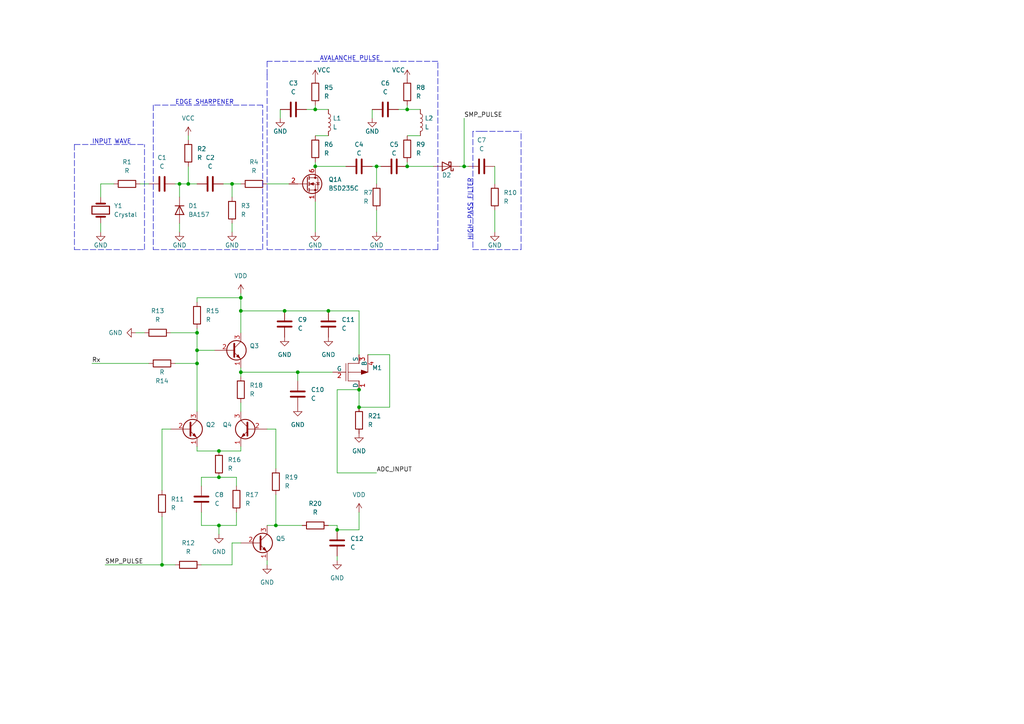
<source format=kicad_sch>
(kicad_sch (version 20211123) (generator eeschema)
  (paper "A4")
  (lib_symbols
    (symbol "Device:C" (pin_numbers hide) (pin_names (offset 0.254))
      (property "Reference" "C" (at 0.635 2.54 0))
      (property "Value" "C" (at 0.635 -2.54 0))
      (symbol "C_0_1"
        (polyline (pts (xy -2.032 -0.762) (xy 2.032 -0.762)) (stroke (width 0.508)))
        (polyline (pts (xy -2.032 0.762) (xy 2.032 0.762)) (stroke (width 0.508)))
      )
      (symbol "C_1_1"
        (pin passive line (at 0 3.81 270) (length 2.794) (name "~") (number "1"))
        (pin passive line (at 0 -3.81 90) (length 2.794) (name "~") (number "2"))
      )
    )
    (symbol "Device:Crystal" (pin_numbers hide) (pin_names (offset 1.016) hide)
      (property "Reference" "Y" (at 0 3.81 0))
      (property "Value" "Crystal" (at 0 -3.81 0))
      (symbol "Crystal_0_1"
        (rectangle (start -1.143 2.54) (end 1.143 -2.54) (stroke (width 0.3048)))
        (polyline (pts (xy -2.54 0) (xy -1.905 0)))
        (polyline (pts (xy -1.905 -1.27) (xy -1.905 1.27)) (stroke (width 0.508)))
        (polyline (pts (xy 1.905 -1.27) (xy 1.905 1.27)) (stroke (width 0.508)))
        (polyline (pts (xy 2.54 0) (xy 1.905 0)))
      )
      (symbol "Crystal_1_1"
        (pin passive line (at -3.81 0 0) (length 1.27) (name "1") (number "1"))
        (pin passive line (at 3.81 0 180) (length 1.27) (name "2") (number "2"))
      )
    )
    (symbol "Device:D_Schottky" (pin_numbers hide) (pin_names (offset 1.016) hide)
      (property "Reference" "D" (at 0 2.54 0))
      (property "Value" "D_Schottky" (at 0 -2.54 0))
      (symbol "D_Schottky_0_1"
        (polyline (pts (xy 1.27 0) (xy -1.27 0)))
        (polyline (pts (xy 1.27 1.27) (xy 1.27 -1.27) (xy -1.27 0) (xy 1.27 1.27)) (stroke (width 0.254)))
        (polyline (pts (xy -1.905 0.635) (xy -1.905 1.27) (xy -1.27 1.27) (xy -1.27 -1.27) (xy -0.635 -1.27) (xy -0.635 -0.635)) (stroke (width 0.254)))
      )
      (symbol "D_Schottky_1_1"
        (pin passive line (at -3.81 0 0) (length 2.54) (name "K") (number "1"))
        (pin passive line (at 3.81 0 180) (length 2.54) (name "A") (number "2"))
      )
    )
    (symbol "Device:L" (pin_numbers hide) (pin_names (offset 1.016) hide)
      (property "Reference" "L" (at -1.27 0 90))
      (property "Value" "L" (at 1.905 0 90))
      (symbol "L_0_1"
        (arc (start 0 -2.54) (mid 0.635 -1.905) (end 0 -1.27))
        (arc (start 0 -1.27) (mid 0.635 -0.635) (end 0 0))
        (arc (start 0 0) (mid 0.635 0.635) (end 0 1.27))
        (arc (start 0 1.27) (mid 0.635 1.905) (end 0 2.54))
      )
      (symbol "L_1_1"
        (pin passive line (at 0 3.81 270) (length 1.27) (name "1") (number "1"))
        (pin passive line (at 0 -3.81 90) (length 1.27) (name "2") (number "2"))
      )
    )
    (symbol "Device:R" (pin_numbers hide) (pin_names (offset 0))
      (property "Reference" "R" (at 2.032 0 90))
      (property "Value" "R" (at 0 0 90))
      (symbol "R_0_1"
        (rectangle (start -1.016 -2.54) (end 1.016 2.54) (stroke (width 0.254)))
      )
      (symbol "R_1_1"
        (pin passive line (at 0 3.81 270) (length 1.27) (name "~") (number "1"))
        (pin passive line (at 0 -3.81 90) (length 1.27) (name "~") (number "2"))
      )
    )
    (symbol "Diode:BA157" (pin_numbers hide) (pin_names (offset 1.016) hide)
      (property "Reference" "D" (at 0 2.54 0))
      (property "Value" "BA157" (at 0 -2.54 0))
      (symbol "BA157_0_1"
        (polyline (pts (xy -1.27 1.27) (xy -1.27 -1.27)) (stroke (width 0.254)))
        (polyline (pts (xy 1.27 0) (xy -1.27 0)))
        (polyline (pts (xy 1.27 1.27) (xy 1.27 -1.27) (xy -1.27 0) (xy 1.27 1.27)) (stroke (width 0.254)))
      )
      (symbol "BA157_1_1"
        (pin passive line (at -3.81 0 0) (length 2.54) (name "K") (number "1"))
        (pin passive line (at 3.81 0 180) (length 2.54) (name "A") (number "2"))
      )
    )
    (symbol "Transistor_BJT:2N2219" (pin_names (offset 0) hide)
      (property "Reference" "Q" (at 5.08 1.905 0))
      (property "Value" "2N2219" (at 5.08 0 0))
      (symbol "2N2219_0_1"
        (polyline (pts (xy 0.635 0.635) (xy 2.54 2.54)))
        (polyline (pts (xy 0.635 -0.635) (xy 2.54 -2.54) (xy 2.54 -2.54)))
        (polyline (pts (xy 0.635 1.905) (xy 0.635 -1.905) (xy 0.635 -1.905)) (stroke (width 0.508)))
        (polyline (pts (xy 1.27 -1.778) (xy 1.778 -1.27) (xy 2.286 -2.286) (xy 1.27 -1.778) (xy 1.27 -1.778)) (fill (type outline)))
        (circle (center 1.27 0) (radius 2.8194) (stroke (width 0.254)))
      )
      (symbol "2N2219_1_1"
        (pin passive line (at 2.54 -5.08 90) (length 2.54) (name "E") (number "1"))
        (pin passive line (at -5.08 0 0) (length 5.715) (name "B") (number "2"))
        (pin passive line (at 2.54 5.08 270) (length 2.54) (name "C") (number "3"))
      )
    )
    (symbol "Transistor_FET:BSD235C" (pin_names hide)
      (property "Reference" "Q" (at 5.08 2.54 0))
      (property "Value" "BSD235C" (at 5.08 0 0))
      (symbol "BSD235C_1_1"
        (polyline (pts (xy 0.254 -1.905) (xy 0.254 1.905)) (stroke (width 0.254)))
        (polyline (pts (xy 0.254 0) (xy -2.54 0)))
        (polyline (pts (xy 0.762 -2.286) (xy 0.762 -1.27)) (stroke (width 0.254)))
        (polyline (pts (xy 0.762 -0.508) (xy 0.762 0.508)) (stroke (width 0.254)))
        (polyline (pts (xy 0.762 1.27) (xy 0.762 2.286)) (stroke (width 0.254)))
        (polyline (pts (xy 2.54 1.905) (xy 2.54 2.54)))
        (polyline (pts (xy 2.54 -2.54) (xy 2.54 0) (xy 0.762 0)))
        (polyline (pts (xy 0.762 1.778) (xy 3.302 1.778) (xy 3.302 -1.778) (xy 0.762 -1.778)))
        (polyline (pts (xy 1.016 0) (xy 2.032 -0.381) (xy 2.032 0.381) (xy 1.016 0)) (fill (type outline)))
        (polyline (pts (xy 2.794 0.508) (xy 2.921 0.381) (xy 3.683 0.381) (xy 3.81 0.254)))
        (polyline (pts (xy 3.302 0.381) (xy 2.921 -0.254) (xy 3.683 -0.254) (xy 3.302 0.381)))
        (circle (center 1.651 0) (radius 2.794) (stroke (width 0.254)))
        (circle (center 2.54 -1.778) (radius 0.254) (fill (type outline)))
        (circle (center 2.54 1.778) (radius 0.254) (fill (type outline)))
        (pin passive line (at 2.54 -5.08 90) (length 2.54) (name "SN") (number "1"))
        (pin input line (at -5.08 0 0) (length 2.54) (name "GN") (number "2"))
        (pin passive line (at 2.54 5.08 270) (length 2.54) (name "DN") (number "6"))
      )
      (symbol "BSD235C_2_1"
        (polyline (pts (xy 0.254 0) (xy -2.54 0)))
        (polyline (pts (xy 0.254 1.905) (xy 0.254 -1.905)) (stroke (width 0.254)))
        (polyline (pts (xy 0.762 -1.27) (xy 0.762 -2.286)) (stroke (width 0.254)))
        (polyline (pts (xy 0.762 0.508) (xy 0.762 -0.508)) (stroke (width 0.254)))
        (polyline (pts (xy 0.762 2.286) (xy 0.762 1.27)) (stroke (width 0.254)))
        (polyline (pts (xy 2.54 -1.905) (xy 2.54 -2.54)))
        (polyline (pts (xy 2.54 2.54) (xy 2.54 0) (xy 0.762 0)))
        (polyline (pts (xy 0.762 -1.778) (xy 3.302 -1.778) (xy 3.302 1.778) (xy 0.762 1.778)))
        (polyline (pts (xy 2.286 0) (xy 1.27 -0.381) (xy 1.27 0.381) (xy 2.286 0)) (fill (type outline)))
        (polyline (pts (xy 2.794 0.508) (xy 2.921 0.381) (xy 3.683 0.381) (xy 3.81 0.254)))
        (polyline (pts (xy 3.302 0.381) (xy 2.921 -0.254) (xy 3.683 -0.254) (xy 3.302 0.381)))
        (circle (center 1.651 0) (radius 2.794) (stroke (width 0.254)))
        (circle (center 2.54 -1.778) (radius 0.254) (fill (type outline)))
        (circle (center 2.54 1.778) (radius 0.254) (fill (type outline)))
        (pin passive line (at 2.54 -5.08 90) (length 2.54) (name "DP") (number "3"))
        (pin passive line (at 2.54 5.08 270) (length 2.54) (name "SP") (number "4"))
        (pin input line (at -5.08 0 0) (length 2.54) (name "GP") (number "5"))
      )
    )
    (symbol "power:GND" (power) (pin_names (offset 0))
      (property "Value" "GND" (at 0 -3.81 0))
      (symbol "GND_0_1"
        (polyline (pts (xy 0 0) (xy 0 -1.27) (xy 1.27 -1.27) (xy 0 -2.54) (xy -1.27 -1.27) (xy 0 -1.27)))
      )
      (symbol "GND_1_1"
        (pin power_in line (at 0 0 270) (length 0) hide (name "GND") (number "1"))
      )
    )
    (symbol "power:VCC" (power) (pin_names (offset 0))
      (property "Value" "VCC" (at 0 3.81 0))
      (symbol "VCC_0_1"
        (polyline (pts (xy -0.762 1.27) (xy 0 2.54)))
        (polyline (pts (xy 0 0) (xy 0 2.54)))
        (polyline (pts (xy 0 2.54) (xy 0.762 1.27)))
      )
      (symbol "VCC_1_1"
        (pin power_in line (at 0 0 90) (length 0) hide (name "VCC") (number "1"))
      )
    )
    (symbol "power:VDD" (power) (pin_names (offset 0))
      (property "Value" "VDD" (at 0 3.81 0))
      (symbol "VDD_0_1"
        (polyline (pts (xy -0.762 1.27) (xy 0 2.54)))
        (polyline (pts (xy 0 0) (xy 0 2.54)))
        (polyline (pts (xy 0 2.54) (xy 0.762 1.27)))
      )
      (symbol "VDD_1_1"
        (pin power_in line (at 0 0 90) (length 0) hide (name "VDD") (number "1"))
      )
    )
    (symbol "pspice:MPMOS" (pin_names (offset 0))
      (property "Reference" "M" (at 7.62 1.27 0))
      (property "Value" "MPMOS" (at 7.62 -1.27 0))
      (symbol "MPMOS_0_1"
        (polyline (pts (xy -1.27 2.54) (xy -1.27 -2.54)))
        (polyline (pts (xy -0.635 -2.54) (xy 2.54 -2.54)))
        (polyline (pts (xy 2.54 2.54) (xy -0.635 2.54)))
        (polyline (pts (xy 5.08 0) (xy -0.635 0)))
        (polyline (pts (xy 5.08 0) (xy 3.175 0.635) (xy 3.175 -0.635) (xy 5.08 0)) (fill (type outline)))
      )
      (symbol "MPMOS_1_1"
        (polyline (pts (xy -0.635 -2.54) (xy -0.635 2.54)))
        (pin passive line (at 2.54 -5.08 90) (length 2.54) (name "D") (number "1"))
        (pin input line (at -5.08 0 0) (length 3.81) (name "G") (number "2"))
        (pin passive line (at 2.54 5.08 270) (length 2.54) (name "S") (number "3"))
        (pin input line (at 5.08 5.08 270) (length 5.08) (name "B") (number "4"))
      )
    )
  )
  (junction (at 69.85 107.95))
  (junction (at 63.5 138.43))
  (junction (at 57.15 96.52))
  (junction (at 91.44 31.75))
  (junction (at 118.11 31.75))
  (junction (at 104.14 113.03))
  (junction (at 80.01 152.4))
  (junction (at 67.31 53.34))
  (junction (at 97.79 153.67))
  (junction (at 69.85 90.17))
  (junction (at 95.25 90.17))
  (junction (at 46.99 163.83))
  (junction (at 63.5 152.4))
  (junction (at 104.14 118.11))
  (junction (at 134.62 48.26))
  (junction (at 57.15 101.6))
  (junction (at 86.36 107.95))
  (junction (at 52.07 53.34))
  (junction (at 82.55 90.17))
  (junction (at 69.85 86.36))
  (junction (at 109.22 48.26))
  (junction (at 63.5 130.81))
  (junction (at 54.61 53.34))
  (junction (at 118.11 48.26))
  (junction (at 57.15 105.41))
  (junction (at 91.44 48.26))
  (wire (pts (xy 26.67 105.41) (xy 43.18 105.41)))
  (wire (pts (xy 143.51 60.96) (xy 143.51 67.31)))
  (wire (pts (xy 68.58 138.43) (xy 63.5 138.43)))
  (wire (pts (xy 133.35 48.26) (xy 134.62 48.26)))
  (wire (pts (xy 52.07 64.77) (xy 52.07 67.31)))
  (wire (pts (xy 69.85 86.36) (xy 69.85 90.17)))
  (polyline (pts (xy 139.7 38.1) (xy 137.16 38.1)))
  (wire (pts (xy 30.48 163.83) (xy 46.99 163.83)))
  (wire (pts (xy 91.44 30.48) (xy 91.44 31.75)))
  (wire (pts (xy 97.79 152.4) (xy 97.79 153.67)))
  (wire (pts (xy 67.31 53.34) (xy 67.31 57.15)))
  (wire (pts (xy 104.14 113.03) (xy 104.14 118.11)))
  (wire (pts (xy 69.85 107.95) (xy 86.36 107.95)))
  (wire (pts (xy 58.42 138.43) (xy 63.5 138.43)))
  (wire (pts (xy 69.85 106.68) (xy 69.85 107.95)))
  (wire (pts (xy 118.11 31.75) (xy 121.92 31.75)))
  (wire (pts (xy 113.03 102.87) (xy 113.03 118.11)))
  (wire (pts (xy 67.31 64.77) (xy 67.31 67.31)))
  (wire (pts (xy 109.22 53.34) (xy 109.22 48.26)))
  (wire (pts (xy 50.8 105.41) (xy 57.15 105.41)))
  (wire (pts (xy 91.44 58.42) (xy 91.44 67.31)))
  (polyline (pts (xy 151.13 72.39) (xy 151.13 38.1)))
  (wire (pts (xy 80.01 135.89) (xy 80.01 124.46)))
  (wire (pts (xy 91.44 31.75) (xy 95.25 31.75)))
  (wire (pts (xy 86.36 107.95) (xy 96.52 107.95)))
  (wire (pts (xy 69.85 116.84) (xy 69.85 119.38)))
  (wire (pts (xy 69.85 85.09) (xy 69.85 86.36)))
  (wire (pts (xy 68.58 140.97) (xy 68.58 138.43)))
  (wire (pts (xy 57.15 86.36) (xy 57.15 87.63)))
  (wire (pts (xy 106.68 102.87) (xy 113.03 102.87)))
  (polyline (pts (xy 21.59 41.91) (xy 41.91 41.91)))
  (wire (pts (xy 29.21 64.77) (xy 29.21 67.31)))
  (wire (pts (xy 67.31 53.34) (xy 69.85 53.34)))
  (wire (pts (xy 67.31 163.83) (xy 67.31 157.48)))
  (wire (pts (xy 67.31 157.48) (xy 69.85 157.48)))
  (wire (pts (xy 29.21 53.34) (xy 29.21 57.15)))
  (wire (pts (xy 86.36 110.49) (xy 86.36 107.95)))
  (wire (pts (xy 52.07 53.34) (xy 54.61 53.34)))
  (wire (pts (xy 77.47 152.4) (xy 80.01 152.4)))
  (wire (pts (xy 77.47 162.56) (xy 77.47 163.83)))
  (wire (pts (xy 118.11 48.26) (xy 125.73 48.26)))
  (wire (pts (xy 57.15 95.25) (xy 57.15 96.52)))
  (wire (pts (xy 49.53 124.46) (xy 46.99 124.46)))
  (wire (pts (xy 58.42 148.59) (xy 58.42 152.4)))
  (polyline (pts (xy 137.16 72.39) (xy 151.13 72.39)))
  (wire (pts (xy 54.61 39.37) (xy 54.61 40.64)))
  (wire (pts (xy 40.64 53.34) (xy 43.18 53.34)))
  (wire (pts (xy 104.14 90.17) (xy 95.25 90.17)))
  (wire (pts (xy 104.14 113.03) (xy 97.79 113.03)))
  (polyline (pts (xy 77.47 17.78) (xy 77.47 21.59)))
  (wire (pts (xy 118.11 30.48) (xy 118.11 31.75)))
  (polyline (pts (xy 41.91 72.39) (xy 41.91 41.91)))
  (wire (pts (xy 54.61 53.34) (xy 57.15 53.34)))
  (wire (pts (xy 77.47 53.34) (xy 83.82 53.34)))
  (wire (pts (xy 91.44 39.37) (xy 95.25 39.37)))
  (wire (pts (xy 97.79 113.03) (xy 97.79 137.16)))
  (wire (pts (xy 82.55 90.17) (xy 95.25 90.17)))
  (polyline (pts (xy 127 72.39) (xy 127 17.78)))
  (wire (pts (xy 39.37 96.52) (xy 41.91 96.52)))
  (wire (pts (xy 57.15 86.36) (xy 69.85 86.36)))
  (wire (pts (xy 46.99 163.83) (xy 50.8 163.83)))
  (wire (pts (xy 49.53 96.52) (xy 57.15 96.52)))
  (wire (pts (xy 64.77 53.34) (xy 67.31 53.34)))
  (wire (pts (xy 104.14 153.67) (xy 97.79 153.67)))
  (wire (pts (xy 58.42 152.4) (xy 63.5 152.4)))
  (wire (pts (xy 118.11 46.99) (xy 118.11 48.26)))
  (wire (pts (xy 109.22 60.96) (xy 109.22 67.31)))
  (wire (pts (xy 46.99 149.86) (xy 46.99 163.83)))
  (wire (pts (xy 52.07 53.34) (xy 52.07 57.15)))
  (polyline (pts (xy 77.47 72.39) (xy 127 72.39)))
  (wire (pts (xy 115.57 31.75) (xy 118.11 31.75)))
  (polyline (pts (xy 44.45 30.48) (xy 44.45 72.39)))
  (wire (pts (xy 57.15 130.81) (xy 57.15 129.54)))
  (wire (pts (xy 97.79 161.29) (xy 97.79 162.56)))
  (polyline (pts (xy 21.59 41.91) (xy 21.59 72.39)))
  (wire (pts (xy 88.9 31.75) (xy 91.44 31.75)))
  (wire (pts (xy 58.42 140.97) (xy 58.42 138.43)))
  (wire (pts (xy 134.62 48.26) (xy 135.89 48.26)))
  (polyline (pts (xy 77.47 21.59) (xy 77.47 72.39)))
  (wire (pts (xy 104.14 102.87) (xy 104.14 90.17)))
  (wire (pts (xy 57.15 96.52) (xy 57.15 101.6)))
  (wire (pts (xy 63.5 130.81) (xy 57.15 130.81)))
  (wire (pts (xy 69.85 90.17) (xy 82.55 90.17)))
  (polyline (pts (xy 127 17.78) (xy 77.47 17.78)))
  (wire (pts (xy 81.28 31.75) (xy 81.28 34.29)))
  (wire (pts (xy 63.5 152.4) (xy 63.5 154.94)))
  (wire (pts (xy 69.85 129.54) (xy 69.85 130.81)))
  (wire (pts (xy 91.44 48.26) (xy 100.33 48.26)))
  (wire (pts (xy 107.95 31.75) (xy 107.95 34.29)))
  (wire (pts (xy 46.99 124.46) (xy 46.99 142.24)))
  (wire (pts (xy 58.42 163.83) (xy 67.31 163.83)))
  (wire (pts (xy 69.85 96.52) (xy 69.85 90.17)))
  (wire (pts (xy 95.25 152.4) (xy 97.79 152.4)))
  (polyline (pts (xy 137.16 38.1) (xy 137.16 72.39)))
  (wire (pts (xy 80.01 152.4) (xy 87.63 152.4)))
  (wire (pts (xy 113.03 118.11) (xy 104.14 118.11)))
  (wire (pts (xy 69.85 130.81) (xy 63.5 130.81)))
  (wire (pts (xy 134.62 34.29) (xy 134.62 48.26)))
  (wire (pts (xy 143.51 48.26) (xy 143.51 53.34)))
  (wire (pts (xy 109.22 48.26) (xy 107.95 48.26)))
  (wire (pts (xy 57.15 105.41) (xy 57.15 101.6)))
  (wire (pts (xy 33.02 53.34) (xy 29.21 53.34)))
  (polyline (pts (xy 139.7 38.1) (xy 151.13 38.1)))
  (wire (pts (xy 63.5 152.4) (xy 68.58 152.4)))
  (wire (pts (xy 91.44 46.99) (xy 91.44 48.26)))
  (wire (pts (xy 57.15 105.41) (xy 57.15 119.38)))
  (wire (pts (xy 80.01 143.51) (xy 80.01 152.4)))
  (wire (pts (xy 69.85 107.95) (xy 69.85 109.22)))
  (wire (pts (xy 104.14 148.59) (xy 104.14 153.67)))
  (polyline (pts (xy 21.59 72.39) (xy 41.91 72.39)))
  (polyline (pts (xy 44.45 72.39) (xy 76.2 72.39)))
  (wire (pts (xy 68.58 148.59) (xy 68.58 152.4)))
  (wire (pts (xy 80.01 124.46) (xy 77.47 124.46)))
  (wire (pts (xy 118.11 39.37) (xy 121.92 39.37)))
  (wire (pts (xy 109.22 48.26) (xy 110.49 48.26)))
  (wire (pts (xy 54.61 48.26) (xy 54.61 53.34)))
  (polyline (pts (xy 76.2 72.39) (xy 76.2 30.48)))
  (wire (pts (xy 50.8 53.34) (xy 52.07 53.34)))
  (wire (pts (xy 57.15 101.6) (xy 62.23 101.6)))
  (wire (pts (xy 97.79 137.16) (xy 109.22 137.16)))
  (polyline (pts (xy 76.2 30.48) (xy 44.45 30.48)))
  (text "HIGH-PASS FILTER" (at 137.16 69.85 90) (effects (font (size 1.27 1.27)) (justify left bottom)))
  (text "INPUT WAVE" (at 26.67 41.91 0) (effects (font (size 1.27 1.27)) (justify left bottom)))
  (text "EDGE SHARPENER" (at 50.8 30.48 0) (effects (font (size 1.27 1.27)) (justify left bottom)))
  (text "AVALANCHE PULSE" (at 92.71 17.78 0) (effects (font (size 1.27 1.27)) (justify left bottom)))
  (label "SMP_PULSE" (at 30.48 163.83 0))
  (label "Rx" (at 26.67 105.41 0))
  (label "SMP_PULSE" (at 134.62 34.29 0))
  (label "ADC_INPUT" (at 109.22 137.16 0))
  (symbol (lib_id "power:GND") (at 143.51 67.31 0) (unit 1)
    (property "Reference" "#PWR09" (effects hide))
    (property "Value" "GND" (at 143.51 71.12 0))
  )
  (symbol (lib_id "power:GND") (at 39.37 96.52 270) (unit 1)
    (property "Reference" "#PWR04" (effects hide))
    (property "Value" "GND" (at 35.56 96.5199 90) (effects (justify right)))
  )
  (symbol (lib_id "Device:R") (at 45.72 96.52 90) (unit 1)
    (property "Reference" "R13" (at 45.72 90.17 90))
    (property "Value" "R" (at 45.72 92.71 90))
  )
  (symbol (lib_id "Device:R") (at 54.61 44.45 0) (unit 1)
    (property "Reference" "R2" (at 57.15 43.1799 0) (effects (justify left)))
    (property "Value" "R" (at 57.15 45.7199 0) (effects (justify left)))
  )
  (symbol (lib_id "Transistor_BJT:2N2219") (at 54.61 124.46 0) (unit 1)
    (property "Reference" "Q2" (at 59.69 123.1899 0) (effects (justify left)))
    (property "Value" " " (at 59.69 125.7299 0) (effects (justify left)))
    (property "Footprint" "Package_TO_SOT_THT:TO-39-3" (effects hide))
    (property "Datasheet" "http://www.onsemi.com/pub_link/Collateral/2N2219-D.PDF" (effects hide))
  )
  (symbol (lib_id "power:GND") (at 97.79 162.56 0) (unit 1)
    (property "Reference" "#PWR017" (effects hide))
    (property "Value" "GND" (at 97.79 167.64 0))
  )
  (symbol (lib_id "Device:R") (at 143.51 57.15 180) (unit 1)
    (property "Reference" "R10" (at 146.05 55.8799 0) (effects (justify right)))
    (property "Value" "R" (at 146.05 58.4199 0) (effects (justify right)))
  )
  (symbol (lib_id "Device:R") (at 46.99 105.41 90) (unit 1)
    (property "Reference" "R14" (at 46.99 110.49 90))
    (property "Value" "R" (at 46.99 107.95 90))
  )
  (symbol (lib_id "Device:C") (at 104.14 48.26 270) (unit 1)
    (property "Reference" "C4" (at 104.14 41.91 90))
    (property "Value" "C" (at 104.14 44.45 90))
  )
  (symbol (lib_id "Device:C") (at 46.99 53.34 270) (unit 1)
    (property "Reference" "C1" (at 46.99 45.72 90))
    (property "Value" "C" (at 46.99 48.26 90))
  )
  (symbol (lib_id "Device:R") (at 91.44 26.67 180) (unit 1)
    (property "Reference" "R5" (at 93.98 25.3999 0) (effects (justify right)))
    (property "Value" "R" (at 93.98 27.9399 0) (effects (justify right)))
  )
  (symbol (lib_id "power:GND") (at 109.22 67.31 0) (unit 1)
    (property "Reference" "#PWR07" (effects hide))
    (property "Value" "GND" (at 109.22 71.12 0))
  )
  (symbol (lib_id "Device:R") (at 118.11 43.18 180) (unit 1)
    (property "Reference" "R9" (at 120.65 41.9099 0) (effects (justify right)))
    (property "Value" "R" (at 120.65 44.4499 0) (effects (justify right)))
  )
  (symbol (lib_id "Device:L") (at 95.25 35.56 0) (unit 1)
    (property "Reference" "L1" (at 96.52 34.2899 0) (effects (justify left)))
    (property "Value" "L" (at 96.52 36.8299 0) (effects (justify left)))
  )
  (symbol (lib_id "power:VCC") (at 118.11 22.86 0) (unit 1)
    (property "Reference" "#PWR020" (effects hide))
    (property "Value" "VCC" (at 115.57 20.32 0))
  )
  (symbol (lib_id "Transistor_BJT:2N2219") (at 74.93 157.48 0) (unit 1)
    (property "Reference" "Q5" (at 80.01 156.2099 0) (effects (justify left)))
    (property "Value" " " (at 80.01 158.7499 0) (effects (justify left)))
    (property "Footprint" "Package_TO_SOT_THT:TO-39-3" (effects hide))
    (property "Datasheet" "http://www.onsemi.com/pub_link/Collateral/2N2219-D.PDF" (effects hide))
  )
  (symbol (lib_id "Device:C") (at 58.42 144.78 0) (unit 1)
    (property "Reference" "C8" (at 62.23 143.5099 0) (effects (justify left)))
    (property "Value" "C" (at 62.23 146.0499 0) (effects (justify left)))
  )
  (symbol (lib_id "power:GND") (at 95.25 97.79 0) (unit 1)
    (property "Reference" "#PWR016" (effects hide))
    (property "Value" "GND" (at 95.25 102.87 0))
  )
  (symbol (lib_id "power:GND") (at 63.5 154.94 0) (unit 1)
    (property "Reference" "#PWR?" (effects hide))
    (property "Value" "GND" (at 63.5 160.02 0))
  )
  (symbol (lib_id "Device:R") (at 91.44 152.4 90) (unit 1)
    (property "Reference" "R20" (at 91.44 146.05 90))
    (property "Value" "R" (at 91.44 148.59 90))
  )
  (symbol (lib_id "Device:L") (at 121.92 35.56 0) (unit 1)
    (property "Reference" "L2" (at 123.19 34.2899 0) (effects (justify left)))
    (property "Value" "L" (at 123.19 36.8299 0) (effects (justify left)))
  )
  (symbol (lib_id "Device:C") (at 82.55 93.98 0) (unit 1)
    (property "Reference" "C9" (at 86.36 92.7099 0) (effects (justify left)))
    (property "Value" "C" (at 86.36 95.2499 0) (effects (justify left)))
  )
  (symbol (lib_id "Device:D_Schottky") (at 129.54 48.26 180) (unit 1)
    (property "Reference" "D2" (at 129.54 50.8 0))
    (property "Value" " " (at 132.08 50.8 0))
  )
  (symbol (lib_id "Device:R") (at 69.85 113.03 0) (unit 1)
    (property "Reference" "R18" (at 72.39 111.7599 0) (effects (justify left)))
    (property "Value" "R" (at 72.39 114.2999 0) (effects (justify left)))
  )
  (symbol (lib_id "Device:R") (at 36.83 53.34 90) (unit 1)
    (property "Reference" "R1" (at 36.83 46.99 90))
    (property "Value" "R" (at 36.83 49.53 90))
  )
  (symbol (lib_id "Device:R") (at 80.01 139.7 0) (unit 1)
    (property "Reference" "R19" (at 82.55 138.4299 0) (effects (justify left)))
    (property "Value" "R" (at 82.55 140.9699 0) (effects (justify left)))
  )
  (symbol (lib_id "power:GND") (at 107.95 34.29 0) (unit 1)
    (property "Reference" "#PWR06" (effects hide))
    (property "Value" "GND" (at 107.95 38.1 0))
  )
  (symbol (lib_id "power:GND") (at 77.47 163.83 0) (unit 1)
    (property "Reference" "#PWR012" (effects hide))
    (property "Value" "GND" (at 77.47 168.91 0))
  )
  (symbol (lib_id "Device:R") (at 67.31 60.96 180) (unit 1)
    (property "Reference" "R3" (at 69.85 59.6899 0) (effects (justify right)))
    (property "Value" "R" (at 69.85 62.2299 0) (effects (justify right)))
  )
  (symbol (lib_id "Transistor_BJT:2N2219") (at 72.39 124.46 0) (mirror y) (unit 1)
    (property "Reference" "Q4" (at 67.31 123.1899 0) (effects (justify left)))
    (property "Value" " " (at 67.31 125.7299 0) (effects (justify left)))
    (property "Footprint" "Package_TO_SOT_THT:TO-39-3" (effects hide))
    (property "Datasheet" "http://www.onsemi.com/pub_link/Collateral/2N2219-D.PDF" (effects hide))
  )
  (symbol (lib_id "power:VDD") (at 104.14 148.59 0) (unit 1)
    (property "Reference" "#PWR019" (effects hide))
    (property "Value" "VDD" (at 104.14 143.51 0))
  )
  (symbol (lib_id "power:GND") (at 91.44 67.31 0) (unit 1)
    (property "Reference" "#PWR05" (effects hide))
    (property "Value" "GND" (at 91.44 71.12 0))
  )
  (symbol (lib_id "Device:R") (at 91.44 43.18 180) (unit 1)
    (property "Reference" "R6" (at 93.98 41.9099 0) (effects (justify right)))
    (property "Value" "R" (at 93.98 44.4499 0) (effects (justify right)))
  )
  (symbol (lib_id "power:VDD") (at 69.85 85.09 0) (unit 1)
    (property "Reference" "#PWR011" (effects hide))
    (property "Value" "VDD" (at 69.85 80.01 0))
  )
  (symbol (lib_id "Device:C") (at 95.25 93.98 0) (unit 1)
    (property "Reference" "C11" (at 99.06 92.7099 0) (effects (justify left)))
    (property "Value" "C" (at 99.06 95.2499 0) (effects (justify left)))
  )
  (symbol (lib_id "Device:C") (at 86.36 114.3 0) (unit 1)
    (property "Reference" "C10" (at 90.17 113.0299 0) (effects (justify left)))
    (property "Value" "C" (at 90.17 115.5699 0) (effects (justify left)))
  )
  (symbol (lib_id "Device:R") (at 46.99 146.05 0) (unit 1)
    (property "Reference" "R11" (at 49.53 144.7799 0) (effects (justify left)))
    (property "Value" "R" (at 49.53 147.3199 0) (effects (justify left)))
  )
  (symbol (lib_id "Device:R") (at 73.66 53.34 270) (unit 1)
    (property "Reference" "R4" (at 73.66 46.99 90))
    (property "Value" "R" (at 73.66 49.53 90))
  )
  (symbol (lib_id "power:GND") (at 67.31 67.31 0) (unit 1)
    (property "Reference" "#PWR02" (effects hide))
    (property "Value" "GND" (at 67.31 71.12 0))
  )
  (symbol (lib_id "Device:C") (at 139.7 48.26 270) (unit 1)
    (property "Reference" "C7" (at 139.7 40.64 90))
    (property "Value" "C" (at 139.7 43.18 90))
  )
  (symbol (lib_id "Device:R") (at 68.58 144.78 0) (unit 1)
    (property "Reference" "R17" (at 71.12 143.5099 0) (effects (justify left)))
    (property "Value" "R" (at 71.12 146.0499 0) (effects (justify left)))
  )
  (symbol (lib_id "power:GND") (at 52.07 67.31 0) (unit 1)
    (property "Reference" "#PWR01" (effects hide))
    (property "Value" "GND" (at 52.07 71.12 0))
  )
  (symbol (lib_id "power:GND") (at 82.55 97.79 0) (unit 1)
    (property "Reference" "#PWR013" (effects hide))
    (property "Value" "GND" (at 82.55 102.87 0))
  )
  (symbol (lib_id "Device:R") (at 57.15 91.44 0) (unit 1)
    (property "Reference" "R15" (at 59.69 90.1699 0) (effects (justify left)))
    (property "Value" "R" (at 59.69 92.7099 0) (effects (justify left)))
  )
  (symbol (lib_id "Device:R") (at 109.22 57.15 180) (unit 1)
    (property "Reference" "R7" (at 105.41 55.88 0) (effects (justify right)))
    (property "Value" "R" (at 105.41 58.42 0) (effects (justify right)))
  )
  (symbol (lib_id "Diode:BA157") (at 52.07 60.96 270) (unit 1)
    (property "Reference" "D1" (at 54.61 59.6899 90) (effects (justify left)))
    (property "Value" "BA157" (at 54.61 62.2299 90) (effects (justify left)))
    (property "Footprint" "Diode_THT:D_DO-41_SOD81_P10.16mm_Horizontal" (effects hide))
    (property "Datasheet" "http://diotec.com/tl_files/diotec/files/pdf/datasheets/ba157" (effects hide))
  )
  (symbol (lib_id "pspice:MPMOS") (at 101.6 107.95 0) (unit 1)
    (property "Reference" "M1" (at 107.95 106.6799 0) (effects (justify left)))
    (property "Value" " " (at 107.95 109.2199 0) (effects (justify left)))
  )
  (symbol (lib_id "Device:Crystal") (at 29.21 60.96 270) (unit 1)
    (property "Reference" "Y1" (at 33.02 59.6899 90) (effects (justify left)))
    (property "Value" "Crystal" (at 33.02 62.2299 90) (effects (justify left)))
  )
  (symbol (lib_id "power:VCC") (at 91.44 22.86 0) (unit 1)
    (property "Reference" "#PWR015" (effects hide))
    (property "Value" "VCC" (at 93.98 20.32 0))
  )
  (symbol (lib_id "Device:C") (at 60.96 53.34 270) (unit 1)
    (property "Reference" "C2" (at 60.96 45.72 90))
    (property "Value" "C" (at 60.96 48.26 90))
  )
  (symbol (lib_id "Transistor_FET:BSD235C") (at 88.9 53.34 0) (unit 1)
    (property "Reference" "Q1" (at 95.25 52.0699 0) (effects (justify left)))
    (property "Value" "BSD235C" (at 95.25 54.6099 0) (effects (justify left)))
    (property "Footprint" "Package_TO_SOT_SMD:SOT-363_SC-70-6" (effects hide))
    (property "Datasheet" "https://www.infineon.com/dgdl/Infineon-BSD235C-DS-v02_04-EN.pdf?fileId=db3a30433580b371013585a2d0d53326" (effects hide))
  )
  (symbol (lib_id "Device:R") (at 54.61 163.83 90) (unit 1)
    (property "Reference" "R12" (at 54.61 157.48 90))
    (property "Value" "R" (at 54.61 160.02 90))
  )
  (symbol (lib_id "power:GND") (at 104.14 125.73 0) (unit 1)
    (property "Reference" "#PWR018" (effects hide))
    (property "Value" "GND" (at 104.14 130.81 0))
  )
  (symbol (lib_id "Device:R") (at 63.5 134.62 0) (unit 1)
    (property "Reference" "R16" (at 66.04 133.3499 0) (effects (justify left)))
    (property "Value" "R" (at 66.04 135.8899 0) (effects (justify left)))
  )
  (symbol (lib_id "Transistor_BJT:2N2219") (at 67.31 101.6 0) (unit 1)
    (property "Reference" "Q3" (at 72.39 100.3299 0) (effects (justify left)))
    (property "Value" " " (at 72.39 102.8699 0) (effects (justify left)))
    (property "Footprint" "Package_TO_SOT_THT:TO-39-3" (effects hide))
    (property "Datasheet" "http://www.onsemi.com/pub_link/Collateral/2N2219-D.PDF" (effects hide))
  )
  (symbol (lib_id "Device:C") (at 97.79 157.48 0) (unit 1)
    (property "Reference" "C12" (at 101.6 156.2099 0) (effects (justify left)))
    (property "Value" "C" (at 101.6 158.7499 0) (effects (justify left)))
  )
  (symbol (lib_id "power:GND") (at 29.21 67.31 0) (unit 1)
    (property "Reference" "#PWR010" (effects hide))
    (property "Value" "GND" (at 29.21 71.12 0))
  )
  (symbol (lib_id "Device:C") (at 85.09 31.75 270) (unit 1)
    (property "Reference" "C3" (at 85.09 24.13 90))
    (property "Value" "C" (at 85.09 26.67 90))
  )
  (symbol (lib_id "Device:R") (at 104.14 121.92 0) (unit 1)
    (property "Reference" "R21" (at 106.68 120.6499 0) (effects (justify left)))
    (property "Value" "R" (at 106.68 123.1899 0) (effects (justify left)))
  )
  (symbol (lib_id "power:VCC") (at 54.61 39.37 0) (unit 1)
    (property "Reference" "#PWR08" (effects hide))
    (property "Value" "VCC" (at 54.61 34.29 0))
  )
  (symbol (lib_id "power:GND") (at 86.36 118.11 0) (unit 1)
    (property "Reference" "#PWR014" (effects hide))
    (property "Value" "GND" (at 86.36 123.19 0))
  )
  (symbol (lib_id "Device:R") (at 118.11 26.67 180) (unit 1)
    (property "Reference" "R8" (at 120.65 25.3999 0) (effects (justify right)))
    (property "Value" "R" (at 120.65 27.9399 0) (effects (justify right)))
  )
  (symbol (lib_id "power:GND") (at 81.28 34.29 0) (unit 1)
    (property "Reference" "#PWR03" (effects hide))
    (property "Value" "GND" (at 81.28 38.1 0))
  )
  (symbol (lib_id "Device:C") (at 114.3 48.26 270) (unit 1)
    (property "Reference" "C5" (at 114.3 41.91 90))
    (property "Value" "C" (at 114.3 44.45 90))
  )
  (symbol (lib_id "Device:C") (at 111.76 31.75 270) (unit 1)
    (property "Reference" "C6" (at 111.76 24.13 90))
    (property "Value" "C" (at 111.76 26.67 90))
  )
)
</source>
